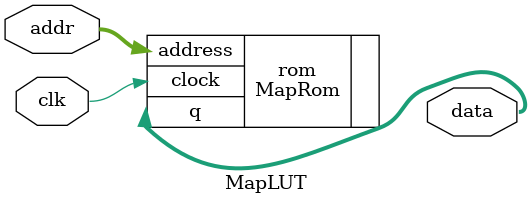
<source format=sv>

module MapLUT(
	input 	clk,
	input [15:0] addr,
	output [8:0] data);


	MapRom rom(.address(addr), .clock(clk), .q(data));
	
endmodule
</source>
